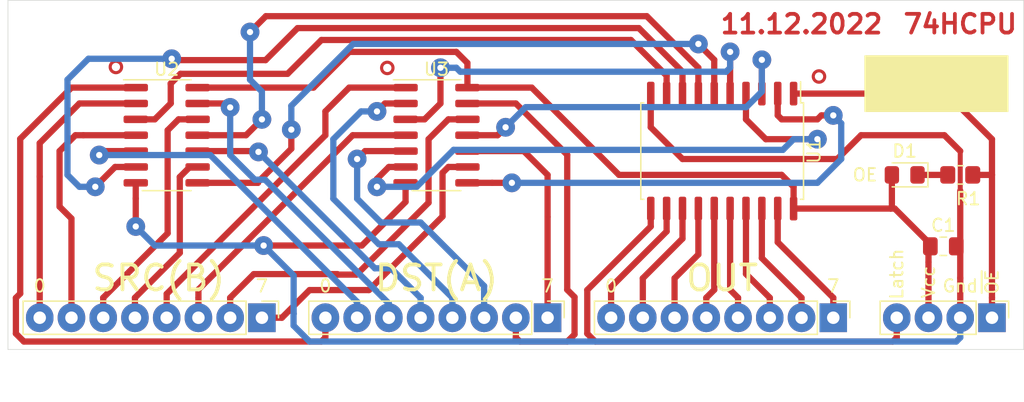
<source format=kicad_pcb>
(kicad_pcb (version 20241229) (generator "pcbnew") (generator_version "9.0")
  (layers (0 "F.Cu" signal) (2 "B.Cu" signal) (13 "F.Paste" user) (15 "B.Paste" user) (5 "F.SilkS" user) (7 "B.SilkS" user) (1 "F.Mask" user) (3 "B.Mask" user) (25 "Edge.Cuts" user))
  (net 0 "")
  (net 1 "Net-(J1-Pad7)")
  (net 2 "Net-(J1-Pad6)")
  (net 3 "Net-(J1-Pad5)")
  (net 4 "Net-(J1-Pad4)")
  (net 5 "Net-(J1-Pad3)")
  (net 6 "Net-(J1-Pad2)")
  (net 7 "Net-(J2-Pad7)")
  (net 8 "Net-(J2-Pad6)")
  (net 9 "Net-(J2-Pad5)")
  (net 10 "Net-(J2-Pad4)")
  (net 11 "Net-(J2-Pad3)")
  (net 12 "Net-(J2-Pad2)")
  (net 13 "Net-(J3-Pad7)")
  (net 14 "Net-(J3-Pad6)")
  (net 15 "Net-(J3-Pad5)")
  (net 16 "Net-(J3-Pad4)")
  (net 17 "Net-(J3-Pad3)")
  (net 18 "Net-(J3-Pad2)")
  (net 19 "VCC")
  (net 20 "GND")
  (net 21 "Net-(U1-Pad2)")
  (net 22 "Net-(U1-Pad3)")
  (net 23 "Net-(U1-Pad4)")
  (net 24 "Net-(U1-Pad5)")
  (net 25 "Net-(U1-Pad6)")
  (net 26 "Net-(U1-Pad7)")
  (net 27 "Net-(U1-Pad8)")
  (net 28 "Net-(U1-Pad9)")
  (net 29 "/A0")
  (net 30 "/A7")
  (net 31 "/B0")
  (net 32 "/B7")
  (net 33 "/OUT0")
  (net 34 "/OUT7")
  (net 35 "/Latch")
  (net 36 "/~{OE}")
  (net 37 "Net-(D1-Pad1)")
  (footprint "Connector_PinHeader_2.54mm:PinHeader_1x08_P2.54mm_Vertical" (layer "F.Cu") (at 81.28 64.135 -90)
    (property "Reference" "J1" (hide yes))
    (property "Value" "Conn_01x08_Male")
    (fp_line (start -1.33 19.11) (end 1.33 19.11) (stroke (width 0.12)) (layer "F.SilkS"))
    (fp_line (start -1.33 1.27) (end -1.33 19.11) (stroke (width 0.12)) (layer "F.SilkS"))
    (fp_line (start -1.33 1.27) (end 1.33 1.27) (stroke (width 0.12)) (layer "F.SilkS"))
    (fp_line (start 1.33 1.27) (end 1.33 19.11) (stroke (width 0.12)) (layer "F.SilkS"))
    (fp_line (start -1.33 0) (end -1.33 -1.33) (stroke (width 0.12)) (layer "F.SilkS"))
    (fp_line (start -1.33 -1.33) (end 0 -1.33) (stroke (width 0.12)) (layer "F.SilkS"))
    (pad "1" thru_hole rect (at 0 0 270) (size 2.3 2.2) (drill 1) (layers "*.Cu" "*.Mask") (net 32 "/B7"))
    (pad "2" thru_hole oval (at 0 2.54 270) (size 2.3 2.2) (drill 1) (layers "*.Cu" "*.Mask") (net 6 "Net-(J1-Pad2)"))
    (pad "3" thru_hole oval (at 0 5.08 270) (size 2.3 2.2) (drill 1) (layers "*.Cu" "*.Mask") (net 5 "Net-(J1-Pad3)"))
    (pad "4" thru_hole oval (at 0 7.62 270) (size 2.3 2.2) (drill 1) (layers "*.Cu" "*.Mask") (net 4 "Net-(J1-Pad4)"))
    (pad "5" thru_hole oval (at 0 10.16 270) (size 2.3 2.2) (drill 1) (layers "*.Cu" "*.Mask") (net 3 "Net-(J1-Pad5)"))
    (pad "6" thru_hole oval (at 0 12.7 270) (size 2.3 2.2) (drill 1) (layers "*.Cu" "*.Mask") (net 2 "Net-(J1-Pad6)"))
    (pad "7" thru_hole oval (at 0 15.24 270) (size 2.3 2.2) (drill 1) (layers "*.Cu" "*.Mask") (net 1 "Net-(J1-Pad7)"))
    (pad "8" thru_hole oval (at 0 17.78 270) (size 2.3 2.2) (drill 1) (layers "*.Cu" "*.Mask") (net 31 "/B0"))
  )
  (footprint "Connector_PinHeader_2.54mm:PinHeader_1x08_P2.54mm_Vertical" (layer "F.Cu") (at 104.14 64.135 -90)
    (property "Reference" "J2" (hide yes))
    (property "Value" "Conn_01x08_Male")
    (fp_line (start -1.33 19.11) (end 1.33 19.11) (stroke (width 0.12)) (layer "F.SilkS"))
    (fp_line (start -1.33 1.27) (end -1.33 19.11) (stroke (width 0.12)) (layer "F.SilkS"))
    (fp_line (start -1.33 1.27) (end 1.33 1.27) (stroke (width 0.12)) (layer "F.SilkS"))
    (fp_line (start 1.33 1.27) (end 1.33 19.11) (stroke (width 0.12)) (layer "F.SilkS"))
    (fp_line (start -1.33 0) (end -1.33 -1.33) (stroke (width 0.12)) (layer "F.SilkS"))
    (fp_line (start -1.33 -1.33) (end 0 -1.33) (stroke (width 0.12)) (layer "F.SilkS"))
    (pad "1" thru_hole rect (at 0 0 270) (size 2.3 2.2) (drill 1) (layers "*.Cu" "*.Mask") (net 30 "/A7"))
    (pad "2" thru_hole oval (at 0 2.54 270) (size 2.3 2.2) (drill 1) (layers "*.Cu" "*.Mask") (net 12 "Net-(J2-Pad2)"))
    (pad "3" thru_hole oval (at 0 5.08 270) (size 2.3 2.2) (drill 1) (layers "*.Cu" "*.Mask") (net 11 "Net-(J2-Pad3)"))
    (pad "4" thru_hole oval (at 0 7.62 270) (size 2.3 2.2) (drill 1) (layers "*.Cu" "*.Mask") (net 10 "Net-(J2-Pad4)"))
    (pad "5" thru_hole oval (at 0 10.16 270) (size 2.3 2.2) (drill 1) (layers "*.Cu" "*.Mask") (net 9 "Net-(J2-Pad5)"))
    (pad "6" thru_hole oval (at 0 12.7 270) (size 2.3 2.2) (drill 1) (layers "*.Cu" "*.Mask") (net 8 "Net-(J2-Pad6)"))
    (pad "7" thru_hole oval (at 0 15.24 270) (size 2.3 2.2) (drill 1) (layers "*.Cu" "*.Mask") (net 7 "Net-(J2-Pad7)"))
    (pad "8" thru_hole oval (at 0 17.78 270) (size 2.3 2.2) (drill 1) (layers "*.Cu" "*.Mask") (net 29 "/A0"))
  )
  (footprint "Connector_PinHeader_2.54mm:PinHeader_1x08_P2.54mm_Vertical" (layer "F.Cu") (at 127 64.135 -90)
    (property "Reference" "J3" (hide yes))
    (property "Value" "Conn_01x08_Male")
    (fp_line (start -1.33 19.11) (end 1.33 19.11) (stroke (width 0.12)) (layer "F.SilkS"))
    (fp_line (start -1.33 1.27) (end -1.33 19.11) (stroke (width 0.12)) (layer "F.SilkS"))
    (fp_line (start -1.33 1.27) (end 1.33 1.27) (stroke (width 0.12)) (layer "F.SilkS"))
    (fp_line (start 1.33 1.27) (end 1.33 19.11) (stroke (width 0.12)) (layer "F.SilkS"))
    (fp_line (start -1.33 0) (end -1.33 -1.33) (stroke (width 0.12)) (layer "F.SilkS"))
    (fp_line (start -1.33 -1.33) (end 0 -1.33) (stroke (width 0.12)) (layer "F.SilkS"))
    (pad "1" thru_hole rect (at 0 0 270) (size 2.3 2.2) (drill 1) (layers "*.Cu" "*.Mask") (net 34 "/OUT7"))
    (pad "2" thru_hole oval (at 0 2.54 270) (size 2.3 2.2) (drill 1) (layers "*.Cu" "*.Mask") (net 18 "Net-(J3-Pad2)"))
    (pad "3" thru_hole oval (at 0 5.08 270) (size 2.3 2.2) (drill 1) (layers "*.Cu" "*.Mask") (net 17 "Net-(J3-Pad3)"))
    (pad "4" thru_hole oval (at 0 7.62 270) (size 2.3 2.2) (drill 1) (layers "*.Cu" "*.Mask") (net 16 "Net-(J3-Pad4)"))
    (pad "5" thru_hole oval (at 0 10.16 270) (size 2.3 2.2) (drill 1) (layers "*.Cu" "*.Mask") (net 15 "Net-(J3-Pad5)"))
    (pad "6" thru_hole oval (at 0 12.7 270) (size 2.3 2.2) (drill 1) (layers "*.Cu" "*.Mask") (net 14 "Net-(J3-Pad6)"))
    (pad "7" thru_hole oval (at 0 15.24 270) (size 2.3 2.2) (drill 1) (layers "*.Cu" "*.Mask") (net 13 "Net-(J3-Pad7)"))
    (pad "8" thru_hole oval (at 0 17.78 270) (size 2.3 2.2) (drill 1) (layers "*.Cu" "*.Mask") (net 33 "/OUT0"))
  )
  (footprint "Connector_PinHeader_2.54mm:PinHeader_1x04_P2.54mm_Vertical" (layer "F.Cu") (at 139.7 64.135 -90)
    (property "Reference" "J4" (hide yes))
    (property "Value" "Conn_01x04_Male")
    (fp_line (start -1.33 8.95) (end 1.33 8.95) (stroke (width 0.12)) (layer "F.SilkS"))
    (fp_line (start -1.33 1.27) (end -1.33 8.95) (stroke (width 0.12)) (layer "F.SilkS"))
    (fp_line (start -1.33 1.27) (end 1.33 1.27) (stroke (width 0.12)) (layer "F.SilkS"))
    (fp_line (start 1.33 1.27) (end 1.33 8.95) (stroke (width 0.12)) (layer "F.SilkS"))
    (fp_line (start -1.33 0) (end -1.33 -1.33) (stroke (width 0.12)) (layer "F.SilkS"))
    (fp_line (start -1.33 -1.33) (end 0 -1.33) (stroke (width 0.12)) (layer "F.SilkS"))
    (pad "1" thru_hole rect (at 0 0 270) (size 2.3 2.2) (drill 1) (layers "*.Cu" "*.Mask") (net 36 "/~{OE}"))
    (pad "2" thru_hole oval (at 0 2.54 270) (size 2.3 2.2) (drill 1) (layers "*.Cu" "*.Mask") (net 20 "GND"))
    (pad "3" thru_hole oval (at 0 5.08 270) (size 2.3 2.2) (drill 1) (layers "*.Cu" "*.Mask") (net 19 "VCC"))
    (pad "4" thru_hole oval (at 0 7.62 270) (size 2.3 2.2) (drill 1) (layers "*.Cu" "*.Mask") (net 35 "/Latch"))
  )
  (footprint "Package_SO:SOP-20_7.5x12.8mm_P1.27mm" (layer "F.Cu") (at 118.11 50.8 -90)
    (property "Reference" "U1" (at 0 -7.35 90) (layer "F.SilkS"))
    (property "Value" "74LS573")
    (fp_line (start -3.86 6.51) (end -3.86 6.275) (stroke (width 0.12)) (layer "F.SilkS"))
    (fp_line (start 0 6.51) (end -3.86 6.51) (stroke (width 0.12)) (layer "F.SilkS"))
    (fp_line (start 0 6.51) (end 3.86 6.51) (stroke (width 0.12)) (layer "F.SilkS"))
    (fp_line (start 3.86 6.51) (end 3.86 6.275) (stroke (width 0.12)) (layer "F.SilkS"))
    (fp_line (start -3.86 -6.275) (end -5.55 -6.275) (stroke (width 0.12)) (layer "F.SilkS"))
    (fp_line (start -3.86 -6.51) (end -3.86 -6.275) (stroke (width 0.12)) (layer "F.SilkS"))
    (fp_line (start 0 -6.51) (end -3.86 -6.51) (stroke (width 0.12)) (layer "F.SilkS"))
    (fp_line (start 0 -6.51) (end 3.86 -6.51) (stroke (width 0.12)) (layer "F.SilkS"))
    (fp_line (start 3.86 -6.51) (end 3.86 -6.275) (stroke (width 0.12)) (layer "F.SilkS"))
    (pad "1" smd roundrect (at -4.6 -5.715 270) (size 1.9 0.6) (layers "F.Cu" "F.Mask" "F.Paste") (net 36 "/~{OE}"))
    (pad "2" smd roundrect (at -4.6 -4.445 270) (size 1.9 0.6) (layers "F.Cu" "F.Mask" "F.Paste") (net 21 "Net-(U1-Pad2)"))
    (pad "3" smd roundrect (at -4.6 -3.175 270) (size 1.9 0.6) (layers "F.Cu" "F.Mask" "F.Paste") (net 22 "Net-(U1-Pad3)"))
    (pad "4" smd roundrect (at -4.6 -1.905 270) (size 1.9 0.6) (layers "F.Cu" "F.Mask" "F.Paste") (net 23 "Net-(U1-Pad4)"))
    (pad "5" smd roundrect (at -4.6 -0.635 270) (size 1.9 0.6) (layers "F.Cu" "F.Mask" "F.Paste") (net 24 "Net-(U1-Pad5)"))
    (pad "6" smd roundrect (at -4.6 0.635 270) (size 1.9 0.6) (layers "F.Cu" "F.Mask" "F.Paste") (net 25 "Net-(U1-Pad6)"))
    (pad "7" smd roundrect (at -4.6 1.905 270) (size 1.9 0.6) (layers "F.Cu" "F.Mask" "F.Paste") (net 26 "Net-(U1-Pad7)"))
    (pad "8" smd roundrect (at -4.6 3.175 270) (size 1.9 0.6) (layers "F.Cu" "F.Mask" "F.Paste") (net 27 "Net-(U1-Pad8)"))
    (pad "9" smd roundrect (at -4.6 4.445 270) (size 1.9 0.6) (layers "F.Cu" "F.Mask" "F.Paste") (net 28 "Net-(U1-Pad9)"))
    (pad "10" smd roundrect (at -4.6 5.715 270) (size 1.9 0.6) (layers "F.Cu" "F.Mask" "F.Paste") (net 20 "GND"))
    (pad "11" smd roundrect (at 4.6 5.715 270) (size 1.9 0.6) (layers "F.Cu" "F.Mask" "F.Paste") (net 35 "/Latch"))
    (pad "12" smd roundrect (at 4.6 4.445 270) (size 1.9 0.6) (layers "F.Cu" "F.Mask" "F.Paste") (net 33 "/OUT0"))
    (pad "13" smd roundrect (at 4.6 3.175 270) (size 1.9 0.6) (layers "F.Cu" "F.Mask" "F.Paste") (net 13 "Net-(J3-Pad7)"))
    (pad "14" smd roundrect (at 4.6 1.905 270) (size 1.9 0.6) (layers "F.Cu" "F.Mask" "F.Paste") (net 14 "Net-(J3-Pad6)"))
    (pad "15" smd roundrect (at 4.6 0.635 270) (size 1.9 0.6) (layers "F.Cu" "F.Mask" "F.Paste") (net 15 "Net-(J3-Pad5)"))
    (pad "16" smd roundrect (at 4.6 -0.635 270) (size 1.9 0.6) (layers "F.Cu" "F.Mask" "F.Paste") (net 16 "Net-(J3-Pad4)"))
    (pad "17" smd roundrect (at 4.6 -1.905 270) (size 1.9 0.6) (layers "F.Cu" "F.Mask" "F.Paste") (net 17 "Net-(J3-Pad3)"))
    (pad "18" smd roundrect (at 4.6 -3.175 270) (size 1.9 0.6) (layers "F.Cu" "F.Mask" "F.Paste") (net 18 "Net-(J3-Pad2)"))
    (pad "19" smd roundrect (at 4.6 -4.445 270) (size 1.9 0.6) (layers "F.Cu" "F.Mask" "F.Paste") (net 34 "/OUT7"))
    (pad "20" smd roundrect (at 4.6 -5.715 270) (size 1.9 0.6) (layers "F.Cu" "F.Mask" "F.Paste") (net 19 "VCC"))
  )
  (footprint "Package_SO:SO-14_3.9x8.65mm_P1.27mm" (layer "F.Cu") (at 73.66 49.53)
    (property "Reference" "U2" (at 0 -5.28 0) (layer "F.SilkS"))
    (property "Value" "74LS08")
    (fp_line (start 0 -4.435) (end -3.45 -4.435) (stroke (width 0.12)) (layer "F.SilkS"))
    (fp_line (start 0 -4.435) (end 1.95 -4.435) (stroke (width 0.12)) (layer "F.SilkS"))
    (fp_line (start 0 4.435) (end -1.95 4.435) (stroke (width 0.12)) (layer "F.SilkS"))
    (fp_line (start 0 4.435) (end 1.95 4.435) (stroke (width 0.12)) (layer "F.SilkS"))
    (pad "1" smd roundrect (at -2.475 -3.81) (size 1.95 0.6) (layers "F.Cu" "F.Mask" "F.Paste") (net 29 "/A0"))
    (pad "2" smd roundrect (at -2.475 -2.54) (size 1.95 0.6) (layers "F.Cu" "F.Mask" "F.Paste") (net 31 "/B0"))
    (pad "3" smd roundrect (at -2.475 -1.27) (size 1.95 0.6) (layers "F.Cu" "F.Mask" "F.Paste") (net 28 "Net-(U1-Pad9)"))
    (pad "4" smd roundrect (at -2.475 0) (size 1.95 0.6) (layers "F.Cu" "F.Mask" "F.Paste") (net 1 "Net-(J1-Pad7)"))
    (pad "5" smd roundrect (at -2.475 1.27) (size 1.95 0.6) (layers "F.Cu" "F.Mask" "F.Paste") (net 7 "Net-(J2-Pad7)"))
    (pad "6" smd roundrect (at -2.475 2.54) (size 1.95 0.6) (layers "F.Cu" "F.Mask" "F.Paste") (net 27 "Net-(U1-Pad8)"))
    (pad "7" smd roundrect (at -2.475 3.81) (size 1.95 0.6) (layers "F.Cu" "F.Mask" "F.Paste") (net 20 "GND"))
    (pad "8" smd roundrect (at 2.475 3.81) (size 1.95 0.6) (layers "F.Cu" "F.Mask" "F.Paste") (net 25 "Net-(U1-Pad6)"))
    (pad "9" smd roundrect (at 2.475 2.54) (size 1.95 0.6) (layers "F.Cu" "F.Mask" "F.Paste") (net 3 "Net-(J1-Pad5)"))
    (pad "10" smd roundrect (at 2.475 1.27) (size 1.95 0.6) (layers "F.Cu" "F.Mask" "F.Paste") (net 9 "Net-(J2-Pad5)"))
    (pad "11" smd roundrect (at 2.475 0) (size 1.95 0.6) (layers "F.Cu" "F.Mask" "F.Paste") (net 26 "Net-(U1-Pad7)"))
    (pad "12" smd roundrect (at 2.475 -1.27) (size 1.95 0.6) (layers "F.Cu" "F.Mask" "F.Paste") (net 2 "Net-(J1-Pad6)"))
    (pad "13" smd roundrect (at 2.475 -2.54) (size 1.95 0.6) (layers "F.Cu" "F.Mask" "F.Paste") (net 8 "Net-(J2-Pad6)"))
    (pad "14" smd roundrect (at 2.475 -3.81) (size 1.95 0.6) (layers "F.Cu" "F.Mask" "F.Paste") (net 19 "VCC"))
  )
  (footprint "Package_SO:SO-14_3.9x8.65mm_P1.27mm" (layer "F.Cu") (at 95.25 49.53)
    (property "Reference" "U3" (at 0 -5.28 0) (layer "F.SilkS"))
    (property "Value" "74LS08")
    (fp_line (start 0 -4.435) (end -3.45 -4.435) (stroke (width 0.12)) (layer "F.SilkS"))
    (fp_line (start 0 -4.435) (end 1.95 -4.435) (stroke (width 0.12)) (layer "F.SilkS"))
    (fp_line (start 0 4.435) (end -1.95 4.435) (stroke (width 0.12)) (layer "F.SilkS"))
    (fp_line (start 0 4.435) (end 1.95 4.435) (stroke (width 0.12)) (layer "F.SilkS"))
    (pad "1" smd roundrect (at -2.475 -3.81) (size 1.95 0.6) (layers "F.Cu" "F.Mask" "F.Paste") (net 4 "Net-(J1-Pad4)"))
    (pad "2" smd roundrect (at -2.475 -2.54) (size 1.95 0.6) (layers "F.Cu" "F.Mask" "F.Paste") (net 10 "Net-(J2-Pad4)"))
    (pad "3" smd roundrect (at -2.475 -1.27) (size 1.95 0.6) (layers "F.Cu" "F.Mask" "F.Paste") (net 24 "Net-(U1-Pad5)"))
    (pad "4" smd roundrect (at -2.475 0) (size 1.95 0.6) (layers "F.Cu" "F.Mask" "F.Paste") (net 5 "Net-(J1-Pad3)"))
    (pad "5" smd roundrect (at -2.475 1.27) (size 1.95 0.6) (layers "F.Cu" "F.Mask" "F.Paste") (net 11 "Net-(J2-Pad3)"))
    (pad "6" smd roundrect (at -2.475 2.54) (size 1.95 0.6) (layers "F.Cu" "F.Mask" "F.Paste") (net 23 "Net-(U1-Pad4)"))
    (pad "7" smd roundrect (at -2.475 3.81) (size 1.95 0.6) (layers "F.Cu" "F.Mask" "F.Paste") (net 20 "GND"))
    (pad "8" smd roundrect (at 2.475 3.81) (size 1.95 0.6) (layers "F.Cu" "F.Mask" "F.Paste") (net 21 "Net-(U1-Pad2)"))
    (pad "9" smd roundrect (at 2.475 2.54) (size 1.95 0.6) (layers "F.Cu" "F.Mask" "F.Paste") (net 32 "/B7"))
    (pad "10" smd roundrect (at 2.475 1.27) (size 1.95 0.6) (layers "F.Cu" "F.Mask" "F.Paste") (net 30 "/A7"))
    (pad "11" smd roundrect (at 2.475 0) (size 1.95 0.6) (layers "F.Cu" "F.Mask" "F.Paste") (net 22 "Net-(U1-Pad3)"))
    (pad "12" smd roundrect (at 2.475 -1.27) (size 1.95 0.6) (layers "F.Cu" "F.Mask" "F.Paste") (net 6 "Net-(J1-Pad2)"))
    (pad "13" smd roundrect (at 2.475 -2.54) (size 1.95 0.6) (layers "F.Cu" "F.Mask" "F.Paste") (net 12 "Net-(J2-Pad2)"))
    (pad "14" smd roundrect (at 2.475 -3.81) (size 1.95 0.6) (layers "F.Cu" "F.Mask" "F.Paste") (net 19 "VCC"))
  )
  (footprint "Capacitor_SMD:C_0805_2012Metric_Pad1.18x1.45mm_HandSolder" (layer "F.Cu") (at 135.805 58.42)
    (property "Reference" "C1" (at 0 -1.68 0) (layer "F.SilkS"))
    (property "Value" "0.1uF")
    (fp_line (start -0.261252 -0.735) (end 0.261252 -0.735) (stroke (width 0.12)) (layer "F.SilkS"))
    (fp_line (start -0.261252 0.735) (end 0.261252 0.735) (stroke (width 0.12)) (layer "F.SilkS"))
    (pad "1" smd roundrect (at -1.0375 0) (size 1.175 1.45) (layers "F.Cu" "F.Mask" "F.Paste") (roundrect_rratio 0.2127659574) (net 19 "VCC"))
    (pad "2" smd roundrect (at 1.0375 0) (size 1.175 1.45) (layers "F.Cu" "F.Mask" "F.Paste") (roundrect_rratio 0.2127659574) (net 20 "GND"))
  )
  (footprint "LED_SMD:LED_0805_2012Metric_Pad1.15x1.40mm_HandSolder" (layer "F.Cu") (at 132.715 52.705 180)
    (property "Reference" "D1" (at 0 1.905 0) (layer "F.SilkS"))
    (property "Value" "LED")
    (fp_line (start 1 -0.96) (end -1.86 -0.96) (stroke (width 0.12)) (layer "F.SilkS"))
    (fp_line (start -1.86 0.96) (end 1 0.96) (stroke (width 0.12)) (layer "F.SilkS"))
    (fp_line (start -1.86 -0.96) (end -1.86 0.96) (stroke (width 0.12)) (layer "F.SilkS"))
    (pad "1" smd roundrect (at -1.025 0 180) (size 1.15 1.4) (layers "F.Cu" "F.Mask" "F.Paste") (roundrect_rratio 0.2173904348) (net 37 "Net-(D1-Pad1)"))
    (pad "2" smd roundrect (at 1.025 0 180) (size 1.15 1.4) (layers "F.Cu" "F.Mask" "F.Paste") (roundrect_rratio 0.2173904348) (net 19 "VCC"))
  )
  (footprint "Resistor_SMD:R_0805_2012Metric_Pad1.20x1.40mm_HandSolder" (layer "F.Cu") (at 137.16 52.705)
    (property "Reference" "R1" (at 0.635 1.905 0) (layer "F.SilkS"))
    (property "Value" "1k")
    (fp_line (start -0.227064 -0.735) (end 0.227064 -0.735) (stroke (width 0.12)) (layer "F.SilkS"))
    (fp_line (start -0.227064 0.735) (end 0.227064 0.735) (stroke (width 0.12)) (layer "F.SilkS"))
    (pad "1" smd roundrect (at -1 0) (size 1.2 1.4) (layers "F.Cu" "F.Mask" "F.Paste") (roundrect_rratio 0.2083325) (net 37 "Net-(D1-Pad1)"))
    (pad "2" smd roundrect (at 1 0) (size 1.2 1.4) (layers "F.Cu" "F.Mask" "F.Paste") (roundrect_rratio 0.2083325) (net 36 "/~{OE}"))
  )
  (gr_circle (center 69.596 44.069) (end 70.053905 44.069) (stroke (width 0.25)) (fill no) (layer "F.Cu"))
  (gr_circle (center 91.313 44.145905) (end 91.770905 44.145905) (stroke (width 0.25)) (fill no) (layer "F.Cu"))
  (gr_circle (center 125.857 44.831) (end 126.314905 44.831) (stroke (width 0.25)) (fill no) (layer "F.Cu"))
  (gr_poly (pts (xy 140.97 47.625) (xy 129.54 47.625) (xy 129.54 43.18) (xy 140.97 43.18)) (stroke (width 0.1)) (fill yes) (layer "F.SilkS"))
  (gr_line (start 60.96 38.735) (end 60.96 66.675) (stroke (width 0.05)) (layer "Edge.Cuts"))
  (gr_line (start 142.24 38.735) (end 60.96 38.735) (stroke (width 0.05)) (layer "Edge.Cuts"))
  (gr_line (start 142.24 66.675) (end 142.24 38.735) (stroke (width 0.05)) (layer "Edge.Cuts"))
  (gr_line (start 60.96 66.675) (end 142.24 66.675) (stroke (width 0.05)) (layer "Edge.Cuts"))
  (gr_text "11.12.2022" (at 124.46 40.64 0) (layer "F.Cu") (effects (font (size 1.5 1.5) (thickness 0.3))))
  (gr_text "74HCPU" (at 137.16 40.64 0) (layer "F.Cu") (effects (font (size 1.5 1.5) (thickness 0.3))))
  (gr_text "OUT" (at 118.11 60.96 0) (layer "F.SilkS") (effects (font (size 2 2) (thickness 0.3))))
  (gr_text "7" (at 104.14 61.595 0) (layer "F.SilkS") (effects (font (size 1 1))))
  (gr_text "0" (at 63.5 61.595 0) (layer "F.SilkS") (effects (font (size 1 1))))
  (gr_text "7" (at 127 61.595 0) (layer "F.SilkS") (effects (font (size 1 1))))
  (gr_text "SRC(B)" (at 73.025 60.96 0) (layer "F.SilkS") (effects (font (size 2 2) (thickness 0.3))))
  (gr_text "OE" (at 129.54 52.705 0) (layer "F.SilkS") (effects (font (size 1 1))))
  (gr_text "7" (at 81.28 61.595 0) (layer "F.SilkS") (effects (font (size 1 1))))
  (gr_text "~{OE}" (at 139.7 61.2775 90) (layer "F.SilkS") (effects (font (size 1 1))))
  (gr_text "Latch" (at 132.08 60.6425 90) (layer "F.SilkS") (effects (font (size 1 1))))
  (gr_text "Gnd" (at 137.16 61.595 0) (layer "F.SilkS") (effects (font (size 1 1))))
  (gr_text "Vcc" (at 134.62 61.2775 90) (layer "F.SilkS") (effects (font (size 1 1))))
  (gr_text "DST(A)" (at 95.25 60.96 0) (layer "F.SilkS") (effects (font (size 2 2) (thickness 0.3))))
  (gr_text "0" (at 86.36 61.595 0) (layer "F.SilkS") (effects (font (size 1 1))))
  (gr_text "0" (at 109.22 61.595 0) (layer "F.SilkS") (effects (font (size 1 1))))
  (segment (start 66.04 56.1975) (end 65.0875 55.245) (width 0.5) (layer "F.Cu") (net 1))
  (segment (start 65.0875 50.8) (end 66.3575 49.53) (width 0.5) (layer "F.Cu") (net 1))
  (segment (start 65.0875 55.245) (end 65.0875 50.8) (width 0.5) (layer "F.Cu") (net 1))
  (segment (start 66.3575 49.53) (end 66.9925 49.53) (width 0.5) (layer "F.Cu") (net 1))
  (segment (start 66.9925 49.53) (end 71.185 49.53) (width 0.5) (layer "F.Cu") (net 1))
  (segment (start 66.04 64.135) (end 66.04 56.1975) (width 0.5) (layer "F.Cu") (net 1))
  (segment (start 73.7368 49.1357) (end 73.7368 57.3782) (width 0.5) (layer "F.Cu") (net 2))
  (segment (start 73.7368 57.3782) (end 68.58 62.535) (width 0.5) (layer "F.Cu") (net 2))
  (segment (start 68.58 62.535) (end 68.58 64.135) (width 0.5) (layer "F.Cu") (net 2))
  (segment (start 74.6125 48.26) (end 73.7368 49.1357) (width 0.5) (layer "F.Cu") (net 2))
  (segment (start 76.135 48.26) (end 74.6125 48.26) (width 0.5) (layer "F.Cu") (net 2))
  (segment (start 76.135 52.07) (end 75.511 52.07) (width 0.5) (layer "F.Cu") (net 3))
  (segment (start 75.511 52.07) (end 74.7091 52.8719) (width 0.5) (layer "F.Cu") (net 3))
  (segment (start 74.7091 52.8719) (end 74.7091 58.9459) (width 0.5) (layer "F.Cu") (net 3))
  (segment (start 74.7091 58.9459) (end 71.12 62.535) (width 0.5) (layer "F.Cu") (net 3))
  (segment (start 71.12 64.135) (end 71.12 62.535) (width 0.5) (layer "F.Cu") (net 3))
  (segment (start 73.66 62.23) (end 73.66 64.135) (width 0.5) (layer "F.Cu") (net 4))
  (segment (start 86.36 47.625) (end 86.36 49.53) (width 0.5) (layer "F.Cu") (net 4))
  (segment (start 88.265 45.72) (end 86.36 47.625) (width 0.5) (layer "F.Cu") (net 4))
  (segment (start 92.775 45.72) (end 88.265 45.72) (width 0.5) (layer "F.Cu") (net 4))
  (segment (start 86.36 49.53) (end 73.66 62.23) (width 0.5) (layer "F.Cu") (net 4))
  (segment (start 76.2 62.535) (end 76.2 61.8784) (width 0.5) (layer "F.Cu") (net 5))
  (segment (start 76.2 64.135) (end 76.2 62.535) (width 0.5) (layer "F.Cu") (net 5))
  (segment (start 76.2 61.8784) (end 88.5484 49.53) (width 0.5) (layer "F.Cu") (net 5))
  (segment (start 88.5484 49.53) (end 92.775 49.53) (width 0.5) (layer "F.Cu") (net 5))
  (segment (start 87.35525 60.68525) (end 88.85725 60.68525) (width 0.5) (layer "F.Cu") (net 6))
  (segment (start 88.85725 60.68525) (end 94.615 54.9275) (width 0.5) (layer "F.Cu") (net 6))
  (segment (start 94.615 54.9275) (end 94.615 49.8475) (width 0.5) (layer "F.Cu") (net 6))
  (segment (start 96.2025 48.26) (end 97.725 48.26) (width 0.5) (layer "F.Cu") (net 6))
  (segment (start 78.74 64.135) (end 78.74 62.535) (width 0.5) (layer "F.Cu") (net 6))
  (segment (start 80.6325 60.6425) (end 87.3125 60.6425) (width 0.5) (layer "F.Cu") (net 6))
  (segment (start 78.74 62.535) (end 80.6325 60.6425) (width 0.5) (layer "F.Cu") (net 6))
  (segment (start 87.3125 60.6425) (end 87.35525 60.68525) (width 0.5) (layer "F.Cu") (net 6))
  (segment (start 94.615 49.8475) (end 96.2025 48.26) (width 0.5) (layer "F.Cu") (net 6))
  (segment (start 71.185 50.8) (end 68.58 50.8) (width 0.5) (layer "F.Cu") (net 7))
  (segment (start 70.5881 50.8) (end 71.185 50.8) (width 0.5) (layer "F.Cu") (net 7))
  (segment (start 68.58 50.8) (end 68.2625 51.1175) (width 0.5) (layer "F.Cu") (net 7))
  (via (at 68.2625 51.1175) (size 1.5) (drill 0.5) (layers "F.Cu" "B.Cu") (net 7))
  (segment (start 88.9 62.865) (end 88.9 64.135) (width 0.5) (layer "B.Cu") (net 7))
  (segment (start 77.1525 51.1175) (end 88.9 62.865) (width 0.5) (layer "B.Cu") (net 7))
  (segment (start 68.2625 51.1175) (end 77.1525 51.1175) (width 0.5) (layer "B.Cu") (net 7))
  (segment (start 76.135 46.99) (end 78.4225 46.99) (width 0.5) (layer "F.Cu") (net 8))
  (segment (start 78.4225 46.99) (end 78.74 47.3075) (width 0.5) (layer "F.Cu") (net 8))
  (via (at 78.74 47.3075) (size 1.5) (drill 0.5) (layers "F.Cu" "B.Cu") (net 8))
  (segment (start 91.44 62.9993) (end 91.44 64.135) (width 0.5) (layer "B.Cu") (net 8))
  (segment (start 81.53035 53.08965) (end 91.44 62.9993) (width 0.5) (layer "B.Cu") (net 8))
  (segment (start 80.71215 53.08965) (end 81.53035 53.08965) (width 0.5) (layer "B.Cu") (net 8))
  (segment (start 78.74 51.1175) (end 80.71215 53.08965) (width 0.5) (layer "B.Cu") (net 8))
  (segment (start 78.74 47.3075) (end 78.74 51.1175) (width 0.5) (layer "B.Cu") (net 8))
  (segment (start 76.135 50.8) (end 80.9382 50.8) (width 0.5) (layer "F.Cu") (net 9))
  (segment (start 80.9382 50.8) (end 81.0031 50.8649) (width 0.5) (layer "F.Cu") (net 9))
  (via (at 81.0031 50.8649) (size 1.5) (drill 0.5) (layers "F.Cu" "B.Cu") (net 9))
  (segment (start 90.3166 60.1784) (end 81.0031 50.8649) (width 0.5) (layer "B.Cu") (net 9))
  (segment (start 91.6109 60.1784) (end 90.3166 60.1784) (width 0.5) (layer "B.Cu") (net 9))
  (segment (start 93.98 62.535) (end 93.9675 62.535) (width 0.5) (layer "B.Cu") (net 9))
  (segment (start 93.98 64.135) (end 93.98 62.535) (width 0.5) (layer "B.Cu") (net 9))
  (segment (start 93.9675 62.535) (end 91.6109 60.1784) (width 0.5) (layer "B.Cu") (net 9))
  (segment (start 91.1225 46.99) (end 90.4875 47.625) (width 0.5) (layer "F.Cu") (net 10))
  (segment (start 92.775 46.99) (end 91.1225 46.99) (width 0.5) (layer "F.Cu") (net 10))
  (via (at 90.4875 47.625) (size 1.5) (drill 0.5) (layers "F.Cu" "B.Cu") (net 10))
  (segment (start 96.52 64.135) (end 96.52 62.535) (width 0.5) (layer "B.Cu") (net 10))
  (segment (start 96.52 62.535) (end 92.24 58.255) (width 0.5) (layer "B.Cu") (net 10))
  (segment (start 90.64 58.255) (end 86.995 54.61) (width 0.5) (layer "B.Cu") (net 10))
  (segment (start 92.24 58.255) (end 90.64 58.255) (width 0.5) (layer "B.Cu") (net 10))
  (segment (start 86.995 49.8475) (end 89.2175 47.625) (width 0.5) (layer "B.Cu") (net 10))
  (segment (start 86.995 54.61) (end 86.995 49.8475) (width 0.5) (layer "B.Cu") (net 10))
  (segment (start 89.2175 47.625) (end 90.4875 47.625) (width 0.5) (layer "B.Cu") (net 10))
  (segment (start 89.535 50.8) (end 88.9 51.435) (width 0.5) (layer "F.Cu") (net 11))
  (segment (start 92.775 50.8) (end 89.535 50.8) (width 0.5) (layer "F.Cu") (net 11))
  (via (at 88.9 51.435) (size 1.5) (drill 0.5) (layers "F.Cu" "B.Cu") (net 11))
  (segment (start 88.9 51.435) (end 88.9 54.61) (width 0.5) (layer "B.Cu") (net 11))
  (segment (start 88.9 54.61) (end 90.805 56.515) (width 0.5) (layer "B.Cu") (net 11))
  (segment (start 90.805 56.515) (end 93.98 56.515) (width 0.5) (layer "B.Cu") (net 11))
  (segment (start 93.98 56.515) (end 99.06 61.595) (width 0.5) (layer "B.Cu") (net 11))
  (segment (start 99.06 61.595) (end 99.06 64.135) (width 0.5) (layer "B.Cu") (net 11))
  (segment (start 97.725 46.99) (end 101.6 46.99) (width 0.5) (layer "F.Cu") (net 12))
  (segment (start 106.29749 62.48249) (end 106.29749 65.47001) (width 0.5) (layer "F.Cu") (net 12))
  (segment (start 101.9175 66.04) (end 105.7275 66.04) (width 0.5) (layer "F.Cu") (net 12))
  (segment (start 101.6125 65.735) (end 101.6 65.735) (width 0.5) (layer "F.Cu") (net 12))
  (segment (start 105.7109 61.8959) (end 106.29749 62.48249) (width 0.5) (layer "F.Cu") (net 12))
  (segment (start 106.29749 65.47001) (end 105.7275 66.04) (width 0.5) (layer "F.Cu") (net 12))
  (segment (start 105.7109 51.1009) (end 105.7109 61.8959) (width 0.5) (layer "F.Cu") (net 12))
  (segment (start 101.6 65.735) (end 101.6 64.135) (width 0.5) (layer "F.Cu") (net 12))
  (segment (start 101.6 46.99) (end 105.7109 51.1009) (width 0.5) (layer "F.Cu") (net 12))
  (segment (start 101.9175 66.04) (end 101.6125 65.735) (width 0.5) (layer "F.Cu") (net 12))
  (segment (start 111.76 60.9774) (end 111.76 64.135) (width 0.5) (layer "F.Cu") (net 13))
  (segment (start 114.935 55.4) (end 114.935 57.8024) (width 0.5) (layer "F.Cu") (net 13))
  (segment (start 114.935 57.8024) (end 111.76 60.9774) (width 0.5) (layer "F.Cu") (net 13))
  (segment (start 114.3 60.9774) (end 114.3 64.135) (width 0.5) (layer "F.Cu") (net 14))
  (segment (start 116.205 55.4) (end 116.205 59.0724) (width 0.5) (layer "F.Cu") (net 14))
  (segment (start 116.205 59.0724) (end 114.3 60.9774) (width 0.5) (layer "F.Cu") (net 14))
  (segment (start 117.475 55.4) (end 117.475 61.9) (width 0.5) (layer "F.Cu") (net 15))
  (segment (start 117.475 61.9) (end 116.84 62.535) (width 0.5) (layer "F.Cu") (net 15))
  (segment (start 116.84 64.135) (end 116.84 62.535) (width 0.5) (layer "F.Cu") (net 15))
  (segment (start 118.745 61.9) (end 119.38 62.535) (width 0.5) (layer "F.Cu") (net 16))
  (segment (start 119.38 64.135) (end 119.38 62.535) (width 0.5) (layer "F.Cu") (net 16))
  (segment (start 118.745 55.4) (end 118.745 61.9) (width 0.5) (layer "F.Cu") (net 16))
  (segment (start 120.015 55.4) (end 120.015 60.63) (width 0.5) (layer "F.Cu") (net 17))
  (segment (start 121.92 64.135) (end 121.92 62.535) (width 0.5) (layer "F.Cu") (net 17))
  (segment (start 120.015 60.63) (end 121.92 62.535) (width 0.5) (layer "F.Cu") (net 17))
  (segment (start 121.285 55.4) (end 121.285 59.36) (width 0.5) (layer "F.Cu") (net 18))
  (segment (start 124.46 64.135) (end 124.46 62.535) (width 0.5) (layer "F.Cu") (net 18))
  (segment (start 121.285 59.36) (end 124.46 62.535) (width 0.5) (layer "F.Cu") (net 18))
  (segment (start 85.4075 45.72) (end 88.265 42.8625) (width 0.5) (layer "F.Cu") (net 19))
  (segment (start 134.62 59.69) (end 134.62 64.135) (width 0.5) (layer "F.Cu") (net 19))
  (segment (start 123.825 53.6575) (end 123.825 55.4) (width 0.5) (layer "F.Cu") (net 19))
  (segment (start 131.69 55.31) (end 131.6 55.4) (width 0.5) (layer "F.Cu") (net 19))
  (segment (start 131.69 52.705) (end 131.69 55.31) (width 0.5) (layer "F.Cu") (net 19))
  (segment (start 76.135 45.72) (end 85.4075 45.72) (width 0.5) (layer "F.Cu") (net 19))
  (segment (start 109.855 52.705) (end 122.8725 52.705) (width 0.5) (layer "F.Cu") (net 19))
  (segment (start 97.725 45.72) (end 102.87 45.72) (width 0.5) (layer "F.Cu") (net 19))
  (segment (start 97.725 43.75) (end 97.725 44.7025) (width 0.5) (layer "F.Cu") (net 19))
  (segment (start 134.62 58.1025) (end 134.62 59.69) (width 0.5) (layer "F.Cu") (net 19))
  (segment (start 131.6 55.4) (end 131.9175 55.4) (width 0.5) (layer "F.Cu") (net 19))
  (segment (start 97.725 44.7025) (end 97.725 45.72) (width 0.5) (layer "F.Cu") (net 19))
  (segment (start 131.9175 55.4) (end 134.62 58.1025) (width 0.5) (layer "F.Cu") (net 19))
  (segment (start 96.8375 42.8625) (end 97.725 43.75) (width 0.5) (layer "F.Cu") (net 19))
  (segment (start 122.8725 52.705) (end 123.825 53.6575) (width 0.5) (layer "F.Cu") (net 19))
  (segment (start 88.265 42.8625) (end 96.8375 42.8625) (width 0.5) (layer "F.Cu") (net 19))
  (segment (start 123.825 55.4) (end 131.6 55.4) (width 0.5) (layer "F.Cu") (net 19))
  (segment (start 102.87 45.72) (end 109.855 52.705) (width 0.5) (layer "F.Cu") (net 19))
  (segment (start 137.16 60.96) (end 137.16 64.135) (width 0.5) (layer "F.Cu") (net 20))
  (segment (start 135.89 49.53) (end 129.2225 49.53) (width 0.5) (layer "F.Cu") (net 20))
  (segment (start 81.4177 58.3582) (end 89.2793 58.3582) (width 0.5) (layer "F.Cu") (net 20))
  (segment (start 71.185 54.5921) (end 71.185 56.8325) (width 0.5) (layer "F.Cu") (net 20))
  (segment (start 92.775 54.8625) (end 92.775 53.91) (width 0.5) (layer "F.Cu") (net 20))
  (segment (start 112.395 48.895) (end 112.395 46.2) (width 0.5) (layer "F.Cu") (net 20))
  (segment (start 127.3175 51.435) (end 114.935 51.435) (width 0.5) (layer "F.Cu") (net 20))
  (segment (start 129.2225 49.53) (end 127.3175 51.435) (width 0.5) (layer "F.Cu") (net 20))
  (segment (start 114.935 51.435) (end 112.395 48.895) (width 0.5) (layer "F.Cu") (net 20))
  (segment (start 136.8425 58.42) (end 137.16 58.42) (width 0.5) (layer "F.Cu") (net 20))
  (segment (start 137.16 60.96) (end 137.16 53.975) (width 0.5) (layer "F.Cu") (net 20))
  (segment (start 89.2793 58.3582) (end 92.775 54.8625) (width 0.5) (layer "F.Cu") (net 20))
  (segment (start 137.16 53.975) (end 137.16 50.8) (width 0.4) (layer "F.Cu") (net 20))
  (segment (start 92.775 53.91) (end 92.775 53.34) (width 0.5) (layer "F.Cu") (net 20))
  (segment (start 137.16 50.8) (end 135.89 49.53) (width 0.5) (layer "F.Cu") (net 20))
  (segment (start 71.185 54.5921) (end 71.185 53.34) (width 0.5) (layer "F.Cu") (net 20))
  (via (at 71.185 56.8325) (size 1.5) (drill 0.5) (layers "F.Cu" "B.Cu") (net 20))
  (via (at 81.4177 58.3582) (size 1.5) (drill 0.5) (layers "F.Cu" "B.Cu") (net 20))
  (segment (start 72.7107 58.3582) (end 71.185 56.8325) (width 0.5) (layer "B.Cu") (net 20))
  (segment (start 83.8127 63.8248) (end 83.82 63.8175) (width 0.5) (layer "B.Cu") (net 20))
  (segment (start 81.4177 58.3582) (end 72.7107 58.3582) (width 0.5) (layer "B.Cu") (net 20))
  (segment (start 85.09 66.04) (end 83.8127 64.7627) (width 0.5) (layer "B.Cu") (net 20))
  (segment (start 137.16 64.135) (end 137.16 65.7225) (width 0.5) (layer "B.Cu") (net 20))
  (segment (start 83.8127 64.7627) (end 83.8127 63.8248) (width 0.5) (layer "B.Cu") (net 20))
  (segment (start 83.82 60.7605) (end 81.4177 58.3582) (width 0.5) (layer "B.Cu") (net 20))
  (segment (start 136.8425 66.04) (end 85.09 66.04) (width 0.5) (layer "B.Cu") (net 20))
  (segment (start 83.82 63.8175) (end 83.82 60.7605) (width 0.5) (layer "B.Cu") (net 20))
  (segment (start 137.16 65.7225) (end 136.8425 66.04) (width 0.5) (layer "B.Cu") (net 20))
  (segment (start 97.725 53.34) (end 99.706 53.34) (width 0.5) (layer "F.Cu") (net 21))
  (segment (start 99.706 53.34) (end 101.2825 53.34) (width 0.5) (layer "F.Cu") (net 21))
  (segment (start 122.8725 48.26) (end 125.73 48.26) (width 0.5) (layer "F.Cu") (net 21))
  (segment (start 125.73 48.26) (end 126.0475 47.9425) (width 0.5) (layer "F.Cu") (net 21))
  (segment (start 122.555 47.9425) (end 122.8725 48.26) (width 0.5) (layer "F.Cu") (net 21))
  (segment (start 122.555 46.2) (end 122.555 47.9425) (width 0.5) (layer "F.Cu") (net 21))
  (segment (start 126.0475 47.9425) (end 127 47.9425) (width 0.5) (layer "F.Cu") (net 21))
  (via (at 101.2825 53.34) (size 1.5) (drill 0.5) (layers "F.Cu" "B.Cu") (net 21))
  (via (at 127 47.9425) (size 1.5) (drill 0.5) (layers "F.Cu" "B.Cu") (net 21))
  (segment (start 125.73 53.34) (end 127.635 51.435) (width 0.5) (layer "B.Cu") (net 21))
  (segment (start 101.2825 53.34) (end 125.73 53.34) (width 0.5) (layer "B.Cu") (net 21))
  (segment (start 127.635 48.5775) (end 127 47.9425) (width 0.5) (layer "B.Cu") (net 21))
  (segment (start 127.635 51.435) (end 127.635 48.5775) (width 0.5) (layer "B.Cu") (net 21))
  (segment (start 100.7797 48.895) (end 100.1447 49.53) (width 0.5) (layer "F.Cu") (net 22))
  (segment (start 100.1447 49.53) (end 97.725 49.53) (width 0.5) (layer "F.Cu") (net 22))
  (segment (start 121.285 46.2) (end 121.285 45.6417) (width 0.5) (layer "F.Cu") (net 22))
  (segment (start 121.285 46.2) (end 121.285 43.4975) (width 0.5) (layer "F.Cu") (net 22))
  (via (at 121.285 43.4975) (size 1.5) (drill 0.5) (layers "F.Cu" "B.Cu") (net 22))
  (via (at 100.7797 48.895) (size 1.5) (drill 0.5) (layers "F.Cu" "B.Cu") (net 22))
  (segment (start 102.39375 47.28095) (end 120.04155 47.28095) (width 0.5) (layer "B.Cu") (net 22))
  (segment (start 120.04155 47.28095) (end 121.285 46.0375) (width 0.5) (layer "B.Cu") (net 22))
  (segment (start 100.7797 48.895) (end 102.39375 47.28095) (width 0.5) (layer "B.Cu") (net 22))
  (segment (start 121.285 46.0375) (end 121.285 43.4975) (width 0.5) (layer "B.Cu") (net 22))
  (segment (start 121.6025 49.8475) (end 125.73 49.8475) (width 0.5) (layer "F.Cu") (net 23))
  (segment (start 92.775 52.07) (end 91.44 52.07) (width 0.5) (layer "F.Cu") (net 23))
  (segment (start 120.015 48.26) (end 121.6025 49.8475) (width 0.5) (layer "F.Cu") (net 23))
  (segment (start 90.4875 53.0225) (end 90.4875 53.6575) (width 0.5) (layer "F.Cu") (net 23))
  (segment (start 91.44 52.07) (end 90.4875 53.0225) (width 0.5) (layer "F.Cu") (net 23))
  (segment (start 120.015 46.2) (end 120.015 48.26) (width 0.5) (layer "F.Cu") (net 23))
  (via (at 125.73 49.8475) (size 1.5) (drill 0.5) (layers "F.Cu" "B.Cu") (net 23))
  (via (at 90.4875 53.6575) (size 1.5) (drill 0.5) (layers "F.Cu" "B.Cu") (net 23))
  (segment (start 93.6625 53.6575) (end 96.6172 50.7028) (width 0.5) (layer "B.Cu") (net 23))
  (segment (start 96.6172 50.7028) (end 122.9697 50.7028) (width 0.5) (layer "B.Cu") (net 23))
  (segment (start 123.825 49.8475) (end 125.73 49.8475) (width 0.5) (layer "B.Cu") (net 23))
  (segment (start 122.9697 50.7028) (end 123.825 49.8475) (width 0.5) (layer "B.Cu") (net 23))
  (segment (start 90.4875 53.6575) (end 93.6625 53.6575) (width 0.5) (layer "B.Cu") (net 23))
  (segment (start 95.5675 46.99) (end 94.2975 48.26) (width 0.5) (layer "F.Cu") (net 24))
  (segment (start 118.745 46.2) (end 118.745 42.8625) (width 0.5) (layer "F.Cu") (net 24))
  (segment (start 95.5675 44.1325) (end 95.5675 46.99) (width 0.5) (layer "F.Cu") (net 24))
  (segment (start 94.2975 48.26) (end 92.775 48.26) (width 0.5) (layer "F.Cu") (net 24))
  (via (at 95.5675 44.1325) (size 1.5) (drill 0.5) (layers "F.Cu" "B.Cu") (net 24))
  (via (at 118.745 42.8625) (size 1.5) (drill 0.5) (layers "F.Cu" "B.Cu") (net 24))
  (segment (start 97.155 44.45) (end 118.4275 44.45) (width 0.5) (layer "B.Cu") (net 24))
  (segment (start 118.4275 44.45) (end 118.745 44.1325) (width 0.5) (layer "B.Cu") (net 24))
  (segment (start 118.745 44.1325) (end 118.745 42.8625) (width 0.5) (layer "B.Cu") (net 24))
  (segment (start 95.5675 44.1325) (end 96.8375 44.1325) (width 0.5) (layer "B.Cu") (net 24))
  (segment (start 96.8375 44.1325) (end 97.155 44.45) (width 0.5) (layer "B.Cu") (net 24))
  (segment (start 117.475 43.4975) (end 116.205 42.2275) (width 0.5) (layer "F.Cu") (net 25))
  (segment (start 76.135 53.34) (end 80.9625 53.34) (width 0.5) (layer "F.Cu") (net 25))
  (segment (start 117.475 46.2) (end 117.475 43.4975) (width 0.5) (layer "F.Cu") (net 25))
  (segment (start 80.9625 53.2843) (end 83.6334 50.6134) (width 0.5) (layer "F.Cu") (net 25))
  (segment (start 83.6334 49.0816) (end 83.6334 50.6134) (width 0.5) (layer "F.Cu") (net 25))
  (segment (start 80.9625 53.34) (end 80.9625 53.2843) (width 0.5) (layer "F.Cu") (net 25))
  (via (at 83.6334 49.0816) (size 1.5) (drill 0.5) (layers "F.Cu" "B.Cu") (net 25))
  (via (at 116.205 42.2275) (size 1.5) (drill 0.5) (layers "F.Cu" "B.Cu") (net 25))
  (segment (start 88.5825 42.2275) (end 83.6334 47.1766) (width 0.5) (layer "B.Cu") (net 25))
  (segment (start 116.205 42.2275) (end 88.5825 42.2275) (width 0.5) (layer "B.Cu") (net 25))
  (segment (start 83.6334 47.1766) (end 83.6334 49.0816) (width 0.5) (layer "B.Cu") (net 25))
  (segment (start 116.205 44.1325) (end 116.205 46.2) (width 0.5) (layer "F.Cu") (net 26))
  (segment (start 80.3275 41.275) (end 81.5975 40.005) (width 0.5) (layer "F.Cu") (net 26))
  (segment (start 76.135 49.53) (end 80.01 49.53) (width 0.5) (layer "F.Cu") (net 26))
  (segment (start 80.01 49.53) (end 81.28 48.26) (width 0.5) (layer "F.Cu") (net 26))
  (segment (start 81.5975 40.005) (end 112.0775 40.005) (width 0.5) (layer "F.Cu") (net 26))
  (segment (start 112.0775 40.005) (end 116.205 44.1325) (width 0.5) (layer "F.Cu") (net 26))
  (via (at 81.28 48.26) (size 1.5) (drill 0.5) (layers "F.Cu" "B.Cu") (net 26))
  (via (at 80.3275 41.275) (size 1.5) (drill 0.5) (layers "F.Cu" "B.Cu") (net 26))
  (segment (start 80.3275 41.275) (end 80.3275 45.085) (width 0.5) (layer "B.Cu") (net 26))
  (segment (start 80.3275 45.085) (end 81.28 46.0375) (width 0.5) (layer "B.Cu") (net 26))
  (segment (start 81.28 46.0375) (end 81.28 48.26) (width 0.5) (layer "B.Cu") (net 26))
  (segment (start 74.0625 43.4125) (end 74.1708 43.5208) (width 0.5) (layer "F.Cu") (net 27))
  (segment (start 114.935 44.45) (end 114.935 46.2) (width 0.5) (layer "F.Cu") (net 27))
  (segment (start 69.5325 52.07) (end 67.945 53.6575) (width 0.5) (layer "F.Cu") (net 27))
  (segment (start 81.5742 43.5208) (end 84.1375 40.9575) (width 0.5) (layer "F.Cu") (net 27))
  (segment (start 84.1375 40.9575) (end 111.4425 40.9575) (width 0.5) (layer "F.Cu") (net 27))
  (segment (start 71.185 52.07) (end 71.7474 52.07) (width 0.5) (layer "F.Cu") (net 27))
  (segment (start 111.4425 40.9575) (end 114.935 44.45) (width 0.5) (layer "F.Cu") (net 27))
  (segment (start 71.185 52.07) (end 69.5325 52.07) (width 0.5) (layer "F.Cu") (net 27))
  (segment (start 74.1708 43.5208) (end 81.5742 43.5208) (width 0.5) (layer "F.Cu") (net 27))
  (via (at 74.0625 43.4125) (size 1.5) (drill 0.5) (layers "F.Cu" "B.Cu") (net 27))
  (via (at 67.945 53.6575) (size 1.5) (drill 0.5) (layers "F.Cu" "B.Cu") (net 27))
  (segment (start 74.0625 43.4125) (end 67.395 43.4125) (width 0.5) (layer "B.Cu") (net 27))
  (segment (start 65.7225 52.705) (end 66.675 53.6575) (width 0.5) (layer "B.Cu") (net 27))
  (segment (start 66.675 53.6575) (end 67.945 53.6575) (width 0.5) (layer "B.Cu") (net 27))
  (segment (start 65.7225 45.085) (end 65.7225 52.705) (width 0.5) (layer "B.Cu") (net 27))
  (segment (start 67.395 43.4125) (end 65.7225 45.085) (width 0.5) (layer "B.Cu") (net 27))
  (segment (start 73.9775 45.4025) (end 74.7618 44.6182) (width 0.5) (layer "F.Cu") (net 28))
  (segment (start 110.8075 41.91) (end 113.665 44.7675) (width 0.5) (layer "F.Cu") (net 28))
  (segment (start 74.7618 44.6182) (end 83.3343 44.6182) (width 0.5) (layer "F.Cu") (net 28))
  (segment (start 113.665 44.7675) (end 113.665 46.2) (width 0.5) (layer "F.Cu") (net 28))
  (segment (start 83.3343 44.6182) (end 86.0425 41.91) (width 0.5) (layer "F.Cu") (net 28))
  (segment (start 73.9854 46.9821) (end 73.9854 45.4104) (width 0.5) (layer "F.Cu") (net 28))
  (segment (start 71.185 48.26) (end 72.7075 48.26) (width 0.5) (layer "F.Cu") (net 28))
  (segment (start 73.9854 45.4104) (end 73.9775 45.4025) (width 0.5) (layer "F.Cu") (net 28))
  (segment (start 72.7075 48.26) (end 73.9854 46.9821) (width 0.5) (layer "F.Cu") (net 28))
  (segment (start 86.0425 41.91) (end 110.8075 41.91) (width 0.5) (layer "F.Cu") (net 28))
  (segment (start 86.36 64.135) (end 86.36 65.7225) (width 0.5) (layer "F.Cu") (net 29))
  (segment (start 61.9392 62.2033) (end 61.9392 49.8208) (width 0.5) (layer "F.Cu") (net 29))
  (segment (start 61.9392 49.8208) (end 66.04 45.72) (width 0.5) (layer "F.Cu") (net 29))
  (segment (start 62.23 66.04) (end 61.595 65.405) (width 0.5) (layer "F.Cu") (net 29))
  (segment (start 71.185 45.72) (end 66.04 45.72) (width 0.5) (layer "F.Cu") (net 29))
  (segment (start 86.36 65.7225) (end 86.0425 66.04) (width 0.5) (layer "F.Cu") (net 29))
  (segment (start 61.595 62.5475) (end 61.9392 62.2033) (width 0.5) (layer "F.Cu") (net 29))
  (segment (start 86.0425 66.04) (end 62.23 66.04) (width 0.5) (layer "F.Cu") (net 29))
  (segment (start 61.595 65.405) (end 61.595 62.5475) (width 0.5) (layer "F.Cu") (net 29))
  (segment (start 97.725 50.8) (end 102.235 50.8) (width 0.5) (layer "F.Cu") (net 30))
  (segment (start 104.14 52.705) (end 104.14 56.0648) (width 0.5) (layer "F.Cu") (net 30))
  (segment (start 104.14 56.0648) (end 104.14 64.135) (width 0.5) (layer "F.Cu") (net 30))
  (segment (start 102.235 50.8) (end 104.14 52.705) (width 0.5) (layer "F.Cu") (net 30))
  (segment (start 66.675 46.99) (end 63.5 50.165) (width 0.5) (layer "F.Cu") (net 31))
  (segment (start 63.5 52.838) (end 63.5 64.135) (width 0.5) (layer "F.Cu") (net 31))
  (segment (start 63.5 50.165) (end 63.5 52.838) (width 0.5) (layer "F.Cu") (net 31))
  (segment (start 71.185 46.99) (end 66.675 46.99) (width 0.5) (layer "F.Cu") (net 31))
  (segment (start 85.09455 61.92045) (end 89.84455 61.92045) (width 0.5) (layer "F.Cu") (net 32))
  (segment (start 82.88 64.135) (end 85.09455 61.92045) (width 0.5) (layer "F.Cu") (net 32))
  (segment (start 81.28 64.135) (end 82.88 64.135) (width 0.5) (layer "F.Cu") (net 32))
  (segment (start 95.7342 56.0308) (end 95.7342 52.5383) (width 0.5) (layer "F.Cu") (net 32))
  (segment (start 95.7342 52.5383) (end 96.2025 52.07) (width 0.5) (layer "F.Cu") (net 32))
  (segment (start 96.2025 52.07) (end 97.725 52.07) (width 0.5) (layer "F.Cu") (net 32))
  (segment (start 89.84455 61.92045) (end 95.7342 56.0308) (width 0.5) (layer "F.Cu") (net 32))
  (segment (start 109.22 61.6736) (end 109.22 64.135) (width 0.5) (layer "F.Cu") (net 33))
  (segment (start 113.665 55.4) (end 113.665 57.2286) (width 0.5) (layer "F.Cu") (net 33))
  (segment (start 113.665 57.2286) (end 109.22 61.6736) (width 0.5) (layer "F.Cu") (net 33))
  (segment (start 122.555 58.09) (end 127 62.535) (width 0.5) (layer "F.Cu") (net 34))
  (segment (start 127 64.135) (end 127 62.535) (width 0.5) (layer "F.Cu") (net 34))
  (segment (start 122.555 55.4) (end 122.555 58.09) (width 0.5) (layer "F.Cu") (net 34))
  (segment (start 107.95 66.04) (end 131.7625 66.04) (width 0.5) (layer "F.Cu") (net 35))
  (segment (start 107.315 61.9125) (end 107.315 65.405) (width 0.5) (layer "F.Cu") (net 35))
  (segment (start 112.395 56.8325) (end 107.315 61.9125) (width 0.5) (layer "F.Cu") (net 35))
  (segment (start 132.08 65.7225) (end 132.08 65.405) (width 0.5) (layer "F.Cu") (net 35))
  (segment (start 131.7625 66.04) (end 132.08 65.7225) (width 0.5) (layer "F.Cu") (net 35))
  (segment (start 107.315 65.405) (end 107.95 66.04) (width 0.5) (layer "F.Cu") (net 35))
  (segment (start 132.08 65.405) (end 132.08 64.135) (width 0.5) (layer "F.Cu") (net 35))
  (segment (start 112.395 55.4) (end 112.395 56.8325) (width 0.5) (layer "F.Cu") (net 35))
  (segment (start 123.825 46.2) (end 136.0525 46.2) (width 0.5) (layer "F.Cu") (net 36))
  (segment (start 138.16 52.705) (end 139.7 52.705) (width 0.5) (layer "F.Cu") (net 36))
  (segment (start 139.7 49.8475) (end 139.7 52.705) (width 0.5) (layer "F.Cu") (net 36))
  (segment (start 139.7 62.535) (end 139.7 64.135) (width 0.5) (layer "F.Cu") (net 36))
  (segment (start 136.0525 46.2) (end 139.7 49.8475) (width 0.5) (layer "F.Cu") (net 36))
  (segment (start 139.7 52.705) (end 139.7 62.535) (width 0.5) (layer "F.Cu") (net 36))
  (segment (start 133.74 52.705) (end 136.16 52.705) (width 0.5) (layer "F.Cu") (net 37))
)
</source>
